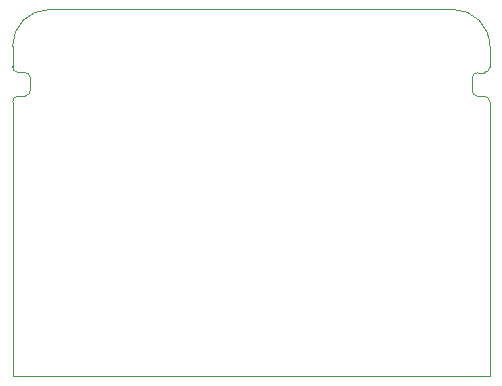
<source format=gbr>
%TF.GenerationSoftware,KiCad,Pcbnew,(6.0.0)*%
%TF.CreationDate,2022-03-25T21:28:23+08:00*%
%TF.ProjectId,USB3G2_SATA3_Bridge(JMS580),55534233-4732-45f5-9341-5441335f4272,rev?*%
%TF.SameCoordinates,Original*%
%TF.FileFunction,Profile,NP*%
%FSLAX46Y46*%
G04 Gerber Fmt 4.6, Leading zero omitted, Abs format (unit mm)*
G04 Created by KiCad (PCBNEW (6.0.0)) date 2022-03-25 21:28:23*
%MOMM*%
%LPD*%
G01*
G04 APERTURE LIST*
%TA.AperFunction,Profile*%
%ADD10C,0.100000*%
%TD*%
G04 APERTURE END LIST*
D10*
X114134124Y-69980000D02*
X113585876Y-69980000D01*
X153499999Y-70465876D02*
G75*
G03*
X153010876Y-69990000I-476055J0D01*
G01*
X113100000Y-93700000D02*
X113100000Y-70480000D01*
X152000000Y-69515000D02*
G75*
G03*
X152475000Y-69990000I474999J-1D01*
G01*
X152475876Y-67990876D02*
G75*
G03*
X152000876Y-68465876I-1J-474999D01*
G01*
X114599123Y-68455876D02*
G75*
G03*
X114110000Y-67980000I-476055J0D01*
G01*
X113100000Y-67480000D02*
G75*
G03*
X113540000Y-67980000I478408J-22601D01*
G01*
X114599124Y-68455876D02*
X114599124Y-69504124D01*
X114134124Y-69980000D02*
G75*
G03*
X114599124Y-69504124I-11003J475876D01*
G01*
X153500000Y-93700000D02*
X113100000Y-93700000D01*
X152475876Y-67990876D02*
X153030550Y-67990876D01*
X153500000Y-67530000D02*
X153500000Y-65750000D01*
X113540000Y-67980000D02*
X114110000Y-67980000D01*
X153010876Y-69990000D02*
X152475000Y-69990000D01*
X153500000Y-65750000D02*
G75*
G03*
X150407684Y-62649597I-3092317J8075D01*
G01*
X116200403Y-62649597D02*
G75*
G03*
X113100000Y-65750000I0J-3100403D01*
G01*
X113100000Y-67480000D02*
X113100000Y-65750000D01*
X153030550Y-67990876D02*
G75*
G03*
X153500000Y-67530000I-8717J478409D01*
G01*
X152000876Y-68465876D02*
X152000000Y-69515000D01*
X113585876Y-69979999D02*
G75*
G03*
X113100000Y-70480000I-9931J-476426D01*
G01*
X116200403Y-62649597D02*
X150407684Y-62649597D01*
X153500000Y-70465876D02*
X153500000Y-93700000D01*
M02*

</source>
